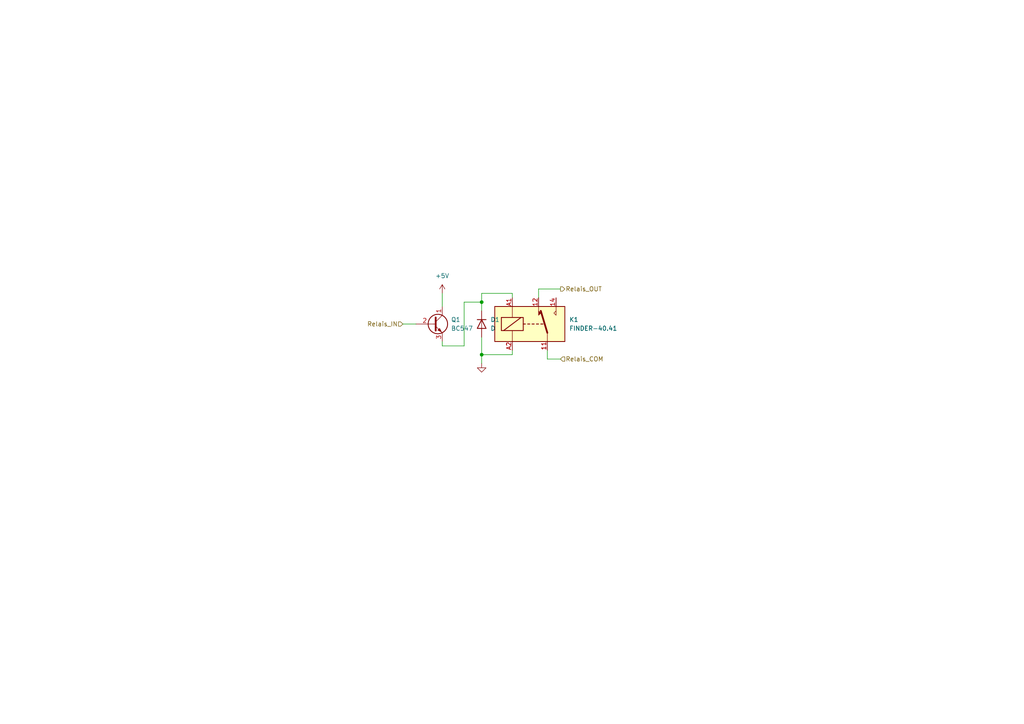
<source format=kicad_sch>
(kicad_sch (version 20231120) (generator "eeschema") (generator_version "8.0")
  (paper "A4")
  (lib_symbols
    (symbol "Device:D" (pin_numbers hide) (pin_names (offset 1.016) hide)
      (property "Reference" "D" (at 0 2.54 0))
      (property "Value" "D" (at 0 -2.54 0))
      (symbol "D_0_1"
        (polyline (pts (xy -1.27 1.27) (xy -1.27 -1.27)) (stroke (width 0.254)))
        (polyline (pts (xy 1.27 0) (xy -1.27 0)))
        (polyline (pts (xy 1.27 1.27) (xy 1.27 -1.27) (xy -1.27 0) (xy 1.27 1.27)) (stroke (width 0.254)))
      )
      (symbol "D_1_1"
        (pin passive line (at -3.81 0 0) (length 2.54) (name "K") (number "1"))
        (pin passive line (at 3.81 0 180) (length 2.54) (name "A") (number "2"))
      )
    )
    (symbol "Relay:FINDER-40.41"
      (property "Reference" "K" (at 11.43 3.81 0))
      (property "Value" "FINDER-40.41" (at 11.43 1.27 0))
      (symbol "FINDER-40.41_0_0"
        (polyline (pts (xy 7.62 5.08) (xy 7.62 2.54) (xy 6.985 3.175) (xy 7.62 3.81)))
      )
      (symbol "FINDER-40.41_0_1"
        (rectangle (start -10.16 5.08) (end 10.16 -5.08) (stroke (width 0.254)) (fill (type background)))
        (rectangle (start -8.255 1.905) (end -1.905 -1.905) (stroke (width 0.254)))
        (polyline (pts (xy -7.62 -1.905) (xy -2.54 1.905)) (stroke (width 0.254)))
        (polyline (pts (xy -5.08 -5.08) (xy -5.08 -1.905)))
        (polyline (pts (xy -5.08 5.08) (xy -5.08 1.905)))
        (polyline (pts (xy -1.905 0) (xy -1.27 0)) (stroke (width 0.254)))
        (polyline (pts (xy -0.635 0) (xy 0 0)) (stroke (width 0.254)))
        (polyline (pts (xy 0.635 0) (xy 1.27 0)) (stroke (width 0.254)))
        (polyline (pts (xy 1.905 0) (xy 2.54 0)) (stroke (width 0.254)))
        (polyline (pts (xy 3.175 0) (xy 3.81 0)) (stroke (width 0.254)))
        (polyline (pts (xy 5.08 -2.54) (xy 3.175 3.81)) (stroke (width 0.508)))
        (polyline (pts (xy 5.08 -2.54) (xy 5.08 -5.08)))
        (polyline (pts (xy 2.54 5.08) (xy 2.54 2.54) (xy 3.175 3.175) (xy 2.54 3.81)) (fill (type outline)))
      )
      (symbol "FINDER-40.41_1_1"
        (pin passive line (at 5.08 -7.62 90) (length 2.54) (name "~") (number "11"))
        (pin passive line (at 2.54 7.62 270) (length 2.54) (name "~") (number "12"))
        (pin passive line (at 7.62 7.62 270) (length 2.54) (name "~") (number "14"))
        (pin passive line (at -5.08 7.62 270) (length 2.54) (name "~") (number "A1"))
        (pin passive line (at -5.08 -7.62 90) (length 2.54) (name "~") (number "A2"))
      )
    )
    (symbol "Transistor_BJT:BC547" (pin_names (offset 0) hide)
      (property "Reference" "Q" (at 5.08 1.905 0))
      (property "Value" "BC547" (at 5.08 0 0))
      (symbol "BC547_0_1"
        (polyline (pts (xy 0 0) (xy 0.635 0)))
        (polyline (pts (xy 0.635 0.635) (xy 2.54 2.54)))
        (polyline (pts (xy 0.635 -0.635) (xy 2.54 -2.54) (xy 2.54 -2.54)))
        (polyline (pts (xy 0.635 1.905) (xy 0.635 -1.905) (xy 0.635 -1.905)) (stroke (width 0.508)))
        (polyline (pts (xy 1.27 -1.778) (xy 1.778 -1.27) (xy 2.286 -2.286) (xy 1.27 -1.778) (xy 1.27 -1.778)) (fill (type outline)))
        (circle (center 1.27 0) (radius 2.8194) (stroke (width 0.254)))
      )
      (symbol "BC547_1_1"
        (pin passive line (at 2.54 5.08 270) (length 2.54) (name "C") (number "1"))
        (pin input line (at -5.08 0 0) (length 5.08) (name "B") (number "2"))
        (pin passive line (at 2.54 -5.08 90) (length 2.54) (name "E") (number "3"))
      )
    )
    (symbol "power:+5V" (power) (pin_numbers hide) (pin_names (offset 0) hide)
      (property "Value" "+5V" (at 0 3.556 0))
      (symbol "+5V_0_1"
        (polyline (pts (xy -0.762 1.27) (xy 0 2.54)))
        (polyline (pts (xy 0 0) (xy 0 2.54)))
        (polyline (pts (xy 0 2.54) (xy 0.762 1.27)))
      )
      (symbol "+5V_1_1"
        (pin power_in line (at 0 0 90) (length 0) (name "~") (number "1"))
      )
    )
    (symbol "power:GND" (power) (pin_numbers hide) (pin_names (offset 0) hide)
      (property "Value" "GND" (at 0 -3.81 0))
      (symbol "GND_0_1"
        (polyline (pts (xy 0 0) (xy 0 -1.27) (xy 1.27 -1.27) (xy 0 -2.54) (xy -1.27 -1.27) (xy 0 -1.27)))
      )
      (symbol "GND_1_1"
        (pin power_in line (at 0 0 270) (length 0) (name "~") (number "1"))
      )
    )
  )
  (junction (at 139.7 87.63))
  (junction (at 139.7 102.87))
  (wire (pts (xy 128.27 85.09) (xy 128.27 88.9)))
  (wire (pts (xy 139.7 90.17) (xy 139.7 87.63)))
  (wire (pts (xy 139.7 102.87) (xy 139.7 97.79)))
  (wire (pts (xy 128.27 100.33) (xy 134.62 100.33)))
  (wire (pts (xy 139.7 85.09) (xy 148.59 85.09)))
  (wire (pts (xy 148.59 101.6) (xy 148.59 102.87)))
  (wire (pts (xy 116.84 93.98) (xy 120.65 93.98)))
  (wire (pts (xy 128.27 99.06) (xy 128.27 100.33)))
  (wire (pts (xy 158.75 104.14) (xy 162.56 104.14)))
  (wire (pts (xy 158.75 101.6) (xy 158.75 104.14)))
  (wire (pts (xy 139.7 102.87) (xy 148.59 102.87)))
  (wire (pts (xy 134.62 100.33) (xy 134.62 87.63)))
  (wire (pts (xy 148.59 85.09) (xy 148.59 86.36)))
  (wire (pts (xy 139.7 102.87) (xy 139.7 105.41)))
  (wire (pts (xy 134.62 87.63) (xy 139.7 87.63)))
  (wire (pts (xy 156.21 83.82) (xy 156.21 86.36)))
  (wire (pts (xy 139.7 87.63) (xy 139.7 85.09)))
  (wire (pts (xy 156.21 83.82) (xy 162.56 83.82)))
  (hierarchical_label "Relais_OUT" (shape output) (at 162.56 83.82 0))
  (hierarchical_label "Relais_IN" (shape input) (at 116.84 93.98 180))
  (hierarchical_label "Relais_COM" (shape input) (at 162.56 104.14 0))
  (symbol (lib_id "power:+5V") (at 128.27 85.09 0) (unit 1)
    (property "Reference" "#PWR011" (effects (hide yes)))
    (property "Value" "+5V" (at 128.27 80.01 0))
    (property "Description" "Power symbol creates a global label with name \"+5V\"" (effects (hide yes)))
    (instances (project "KNX_BOH" (path "" (reference "#PWR03") (unit 1)) (path "" (reference "#PWR05") (unit 1)) (path "" (reference "#PWR014") (unit 1)) (path "" (reference "#PWR011") (unit 1)) (path "" (reference "#PWR07") (unit 1)) (path "" (reference "#PWR012") (unit 1)) (path "" (reference "#PWR09") (unit 1))))
  )
  (symbol (lib_id "Device:D") (at 139.7 93.98 270) (unit 1)
    (property "Reference" "D5" (at 142.24 92.7099 90) (effects (justify left)))
    (property "Value" "D" (at 142.24 95.2499 90) (effects (justify left)))
    (property "Footprint" "Diode_THT:D_A-405_P10.16mm_Horizontal" (effects (hide yes)))
    (property "Description" "Diode" (effects (hide yes)))
    (property "Sim.Device" "D" (effects (hide yes)))
    (property "Sim.Pins" "1=K 2=A" (effects (hide yes)))
    (instances (project "KNX_BOH" (path "" (reference "D1") (unit 1)) (path "" (reference "D2") (unit 1)) (path "" (reference "D7") (unit 1)) (path "" (reference "D5") (unit 1)) (path "" (reference "D3") (unit 1)) (path "" (reference "D6") (unit 1)) (path "" (reference "D4") (unit 1))))
  )
  (symbol (lib_id "Transistor_BJT:BC547") (at 125.73 93.98 0) (unit 1)
    (property "Reference" "Q5" (at 130.81 92.7099 0) (effects (justify left)))
    (property "Value" "BC547" (at 130.81 95.2499 0) (effects (justify left)))
    (property "Footprint" "Package_TO_SOT_THT:TO-92_Inline" (effects (hide yes)))
    (property "Datasheet" "https://www.onsemi.com/pub/Collateral/BC550-D.pdf" (effects (hide yes)))
    (property "Description" "0.1A Ic, 45V Vce, Small Signal NPN Transistor, TO-92" (effects (hide yes)))
    (instances (project "KNX_BOH" (path "" (reference "Q1") (unit 1)) (path "" (reference "Q2") (unit 1)) (path "" (reference "Q7") (unit 1)) (path "" (reference "Q5") (unit 1)) (path "" (reference "Q3") (unit 1)) (path "" (reference "Q6") (unit 1)) (path "" (reference "Q4") (unit 1))))
  )
  (symbol (lib_id "Relay:FINDER-40.41") (at 153.67 93.98 0) (unit 1)
    (property "Reference" "K5" (at 165.1 92.7099 0) (effects (justify left)))
    (property "Value" "FINDER-40.41" (at 165.1 95.2499 0) (effects (justify left)))
    (property "Footprint" "Relay_THT:Relay_SPDT_Finder_40.41" (effects (hide yes)))
    (property "Datasheet" "https://www.finder-relais.net/de/finder-relais-serie-40.pdf" (effects (hide yes)))
    (property "Description" "PCB SPDT relay, 10A" (effects (hide yes)))
    (instances (project "KNX_BOH" (path "" (reference "K1") (unit 1)) (path "" (reference "K2") (unit 1)) (path "" (reference "K7") (unit 1)) (path "" (reference "K5") (unit 1)) (path "" (reference "K3") (unit 1)) (path "" (reference "K6") (unit 1)) (path "" (reference "K4") (unit 1))))
  )
  (symbol (lib_id "power:GND") (at 139.7 105.41 0) (unit 1)
    (property "Reference" "#PWR015" (effects (hide yes)))
    (property "Value" "GND" (effects (hide yes)))
    (property "Description" "Power symbol creates a global label with name \"GND\" , ground" (effects (hide yes)))
    (instances (project "KNX_BOH" (path "" (reference "#PWR04") (unit 1)) (path "" (reference "#PWR06") (unit 1)) (path "" (reference "#PWR016") (unit 1)) (path "" (reference "#PWR015") (unit 1)) (path "" (reference "#PWR08") (unit 1)) (path "" (reference "#PWR013") (unit 1)) (path "" (reference "#PWR010") (unit 1))))
  )
)
</source>
